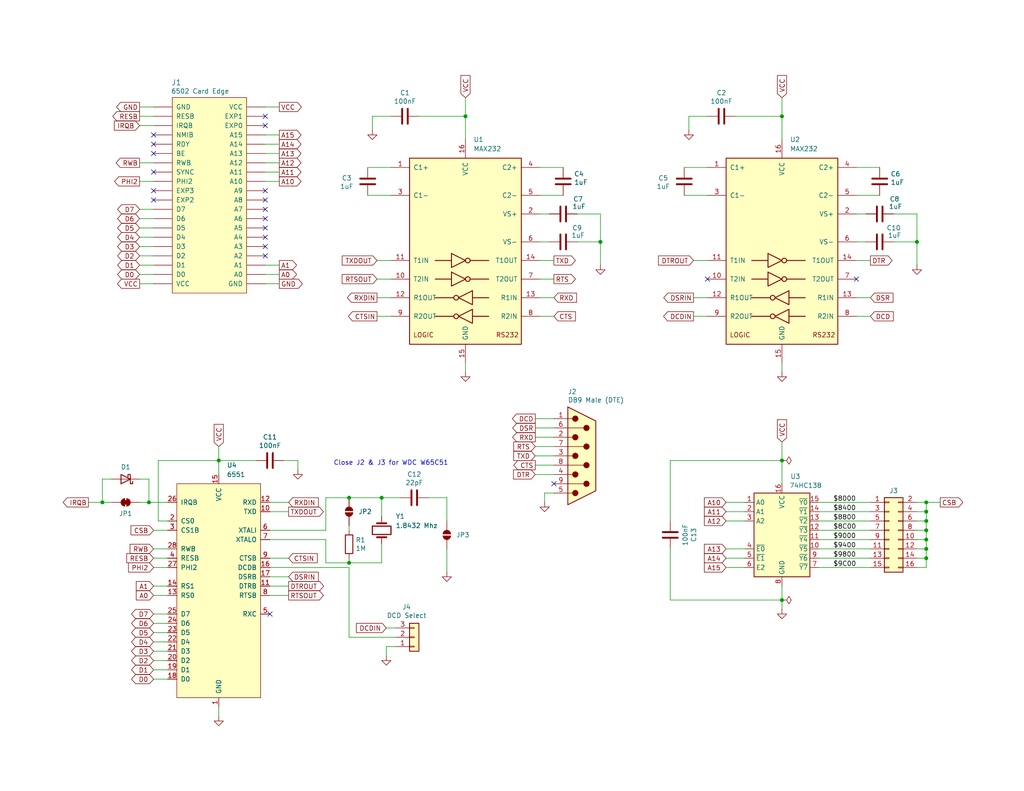
<source format=kicad_sch>
(kicad_sch (version 20231120) (generator "eeschema") (generator_version "8.0")
  (paper "USLetter")
  (title_block (title "6502 Serial Card Pro") (date "2024-06-12") (rev "1.0") (company "A.C. Wright Design"))
  (lib_symbols
    (symbol "6502 Parts:6502 Card Edge" (pin_names (offset 1.016)) (in_bom no)
      (property "Reference" "J" (at -10.16 28.448 0))
      (property "Value" "6502 Card Edge" (at -5.588 26.924 0))
      (symbol "6502 Card Edge_1_0"
        (rectangle (start -10.16 25.4) (end 10.16 -27.94) (fill (type background)))
        (pin bidirectional line (at 15.24 -22.86 180) (length 5.08) (name "A0") (number "A0"))
        (pin bidirectional line (at 15.24 -20.32 180) (length 5.08) (name "A1") (number "A1"))
        (pin bidirectional line (at 15.24 2.54 180) (length 5.08) (name "A10") (number "A10"))
        (pin bidirectional line (at 15.24 5.08 180) (length 5.08) (name "A11") (number "A11"))
        (pin bidirectional line (at 15.24 7.62 180) (length 5.08) (name "A12") (number "A12"))
        (pin bidirectional line (at 15.24 10.16 180) (length 5.08) (name "A13") (number "A13"))
        (pin bidirectional line (at 15.24 12.7 180) (length 5.08) (name "A14") (number "A14"))
        (pin bidirectional line (at 15.24 15.24 180) (length 5.08) (name "A15") (number "A15"))
        (pin bidirectional line (at 15.24 -17.78 180) (length 5.08) (name "A2") (number "A2"))
        (pin bidirectional line (at 15.24 -15.24 180) (length 5.08) (name "A3") (number "A3"))
        (pin bidirectional line (at 15.24 -12.7 180) (length 5.08) (name "A4") (number "A4"))
        (pin bidirectional line (at 15.24 -10.16 180) (length 5.08) (name "A5") (number "A5"))
        (pin bidirectional line (at 15.24 -7.62 180) (length 5.08) (name "A6") (number "A6"))
        (pin bidirectional line (at 15.24 -5.08 180) (length 5.08) (name "A7") (number "A7"))
        (pin bidirectional line (at 15.24 -2.54 180) (length 5.08) (name "A8") (number "A8"))
        (pin bidirectional line (at 15.24 0 180) (length 5.08) (name "A9") (number "A9"))
        (pin bidirectional line (at -15.24 10.16 0) (length 5.08) (name "BE") (number "BE"))
        (pin bidirectional line (at -15.24 -22.86 0) (length 5.08) (name "D0") (number "D0"))
        (pin bidirectional line (at -15.24 -20.32 0) (length 5.08) (name "D1") (number "D1"))
        (pin bidirectional line (at -15.24 -17.78 0) (length 5.08) (name "D2") (number "D2"))
        (pin bidirectional line (at -15.24 -15.24 0) (length 5.08) (name "D3") (number "D3"))
        (pin bidirectional line (at -15.24 -12.7 0) (length 5.08) (name "D4") (number "D4"))
        (pin bidirectional line (at -15.24 -10.16 0) (length 5.08) (name "D5") (number "D5"))
        (pin bidirectional line (at -15.24 -7.62 0) (length 5.08) (name "D6") (number "D6"))
        (pin bidirectional line (at -15.24 -5.08 0) (length 5.08) (name "D7") (number "D7"))
        (pin bidirectional line (at 15.24 17.78 180) (length 5.08) (name "EXP0") (number "EXP0"))
        (pin bidirectional line (at 15.24 20.32 180) (length 5.08) (name "EXP1") (number "EXP1"))
        (pin bidirectional line (at -15.24 -2.54 0) (length 5.08) (name "EXP2") (number "EXP2"))
        (pin bidirectional line (at -15.24 0 0) (length 5.08) (name "EXP3") (number "EXP3"))
        (pin power_in line (at -15.24 22.86 0) (length 5.08) (name "GND") (number "GND"))
        (pin power_in line (at 15.24 -25.4 180) (length 5.08) (name "GND") (number "GND"))
        (pin bidirectional line (at -15.24 17.78 0) (length 5.08) (name "IRQB") (number "IRQB"))
        (pin bidirectional line (at -15.24 15.24 0) (length 5.08) (name "NMIB") (number "NMIB"))
        (pin bidirectional line (at -15.24 2.54 0) (length 5.08) (name "PHI2") (number "PHI2"))
        (pin bidirectional line (at -15.24 12.7 0) (length 5.08) (name "RDY") (number "RDY"))
        (pin bidirectional line (at -15.24 20.32 0) (length 5.08) (name "RESB") (number "RESB"))
        (pin bidirectional line (at -15.24 7.62 0) (length 5.08) (name "RWB") (number "RWB"))
        (pin bidirectional line (at -15.24 5.08 0) (length 5.08) (name "SYNC") (number "SYNC"))
        (pin power_in line (at -15.24 -25.4 0) (length 5.08) (name "VCC") (number "VCC"))
        (pin power_in line (at 15.24 22.86 180) (length 5.08) (name "VCC") (number "VCC"))
      )
    )
    (symbol "6502 Parts:65C51" (pin_names (offset 1.016))
      (property "Reference" "U" (at 8.89 33.02 0))
      (property "Value" "65C51" (at 11.43 30.48 0))
      (symbol "65C51_0_1"
        (rectangle (start -11.43 29.21) (end 11.43 -29.21) (fill (type background)))
      )
      (symbol "65C51_1_1"
        (pin power_in line (at 0 -31.75 90) (length 2.54) (name "GND") (number "1"))
        (pin output line (at 13.97 21.59 180) (length 2.54) (name "TXD") (number "10"))
        (pin output line (at 13.97 1.27 180) (length 2.54) (name "DTRB") (number "11"))
        (pin input line (at 13.97 24.13 180) (length 2.54) (name "RXD") (number "12"))
        (pin input line (at -13.97 -1.27 0) (length 2.54) (name "RS0") (number "13"))
        (pin input line (at -13.97 1.27 0) (length 2.54) (name "RS1") (number "14"))
        (pin power_in line (at 0 31.75 270) (length 2.54) (name "VCC") (number "15"))
        (pin input line (at 13.97 6.35 180) (length 2.54) (name "DCDB") (number "16"))
        (pin input line (at 13.97 3.81 180) (length 2.54) (name "DSRB") (number "17"))
        (pin bidirectional line (at -13.97 -24.13 0) (length 2.54) (name "D0") (number "18"))
        (pin bidirectional line (at -13.97 -21.59 0) (length 2.54) (name "D1") (number "19"))
        (pin input line (at -13.97 19.05 0) (length 2.54) (name "CS0") (number "2"))
        (pin bidirectional line (at -13.97 -19.05 0) (length 2.54) (name "D2") (number "20"))
        (pin bidirectional line (at -13.97 -16.51 0) (length 2.54) (name "D3") (number "21"))
        (pin bidirectional line (at -13.97 -13.97 0) (length 2.54) (name "D4") (number "22"))
        (pin bidirectional line (at -13.97 -11.43 0) (length 2.54) (name "D5") (number "23"))
        (pin bidirectional line (at -13.97 -8.89 0) (length 2.54) (name "D6") (number "24"))
        (pin bidirectional line (at -13.97 -6.35 0) (length 2.54) (name "D7") (number "25"))
        (pin output line (at -13.97 24.13 0) (length 2.54) (name "IRQB") (number "26"))
        (pin input line (at -13.97 6.35 0) (length 2.54) (name "PHI2") (number "27"))
        (pin input line (at -13.97 11.43 0) (length 2.54) (name "RWB") (number "28"))
        (pin input line (at -13.97 16.51 0) (length 2.54) (name "CS1B") (number "3"))
        (pin input line (at -13.97 8.89 0) (length 2.54) (name "RESB") (number "4"))
        (pin input line (at 13.97 -6.35 180) (length 2.54) (name "RXC") (number "5"))
        (pin input line (at 13.97 16.51 180) (length 2.54) (name "XTALI") (number "6"))
        (pin input line (at 13.97 13.97 180) (length 2.54) (name "XTALO") (number "7"))
        (pin output line (at 13.97 -1.27 180) (length 2.54) (name "RTSB") (number "8"))
        (pin input line (at 13.97 8.89 180) (length 2.54) (name "CTSB") (number "9"))
      )
    )
    (symbol "6502 Parts:DB9 Male" (pin_names (offset 1.016) hide)
      (property "Reference" "J" (at 0 13.97 0))
      (property "Value" "DB9 Male (DTE)" (at 0 -14.605 0))
      (symbol "DB9 Male_0_1"
        (polyline (pts (xy -3.81 -10.16) (xy -2.54 -10.16)))
        (polyline (pts (xy -3.81 -7.62) (xy 0.508 -7.62)))
        (polyline (pts (xy -3.81 -5.08) (xy -2.54 -5.08)))
        (polyline (pts (xy -3.81 -2.54) (xy 0.508 -2.54)))
        (polyline (pts (xy -3.81 0) (xy -2.54 0)))
        (polyline (pts (xy -3.81 2.54) (xy 0.508 2.54)))
        (polyline (pts (xy -3.81 5.08) (xy -2.54 5.08)))
        (polyline (pts (xy -3.81 7.62) (xy 0.508 7.62)))
        (polyline (pts (xy -3.81 10.16) (xy -2.54 10.16)))
      )
      (symbol "DB9 Male_1_1"
        (circle (center -1.778 -10.16) (radius 0.762) (fill (type outline)))
        (circle (center -1.778 -5.08) (radius 0.762) (fill (type outline)))
        (circle (center -1.778 0) (radius 0.762) (fill (type outline)))
        (circle (center -1.778 5.08) (radius 0.762) (fill (type outline)))
        (circle (center -1.778 10.16) (radius 0.762) (fill (type outline)))
        (polyline (pts (xy -3.81 13.335) (xy -3.81 -13.335) (xy 3.81 -9.525) (xy 3.81 9.525) (xy -3.81 13.335)) (stroke (width 0.254)) (fill (type background)))
        (circle (center 1.27 -7.62) (radius 0.762) (fill (type outline)))
        (circle (center 1.27 -2.54) (radius 0.762) (fill (type outline)))
        (circle (center 1.27 2.54) (radius 0.762) (fill (type outline)))
        (circle (center 1.27 7.62) (radius 0.762) (fill (type outline)))
        (pin passive line (at -7.62 10.16 0) (length 3.81) (name "1") (number "1"))
        (pin passive line (at -7.62 5.08 0) (length 3.81) (name "2") (number "2"))
        (pin passive line (at -7.62 0 0) (length 3.81) (name "3") (number "3"))
        (pin passive line (at -7.62 -5.08 0) (length 3.81) (name "4") (number "4"))
        (pin passive line (at -7.62 -10.16 0) (length 3.81) (name "5") (number "5"))
        (pin passive line (at -7.62 7.62 0) (length 3.81) (name "6") (number "6"))
        (pin passive line (at -7.62 2.54 0) (length 3.81) (name "7") (number "7"))
        (pin passive line (at -7.62 -2.54 0) (length 3.81) (name "8") (number "8"))
        (pin passive line (at -7.62 -7.62 0) (length 3.81) (name "9") (number "9"))
      )
    )
    (symbol "74xx:74HC138"
      (property "Reference" "U" (at -7.62 13.97 0))
      (property "Value" "74HC138" (at 2.54 -11.43 0))
      (symbol "74HC138_0_1"
        (rectangle (start -7.62 12.7) (end 7.62 -10.16) (stroke (width 0.254)) (fill (type background)))
      )
      (symbol "74HC138_1_1"
        (pin input line (at -10.16 10.16 0) (length 2.54) (name "A0") (number "1"))
        (pin output line (at 10.16 -2.54 180) (length 2.54) (name "~{Y5}") (number "10"))
        (pin output line (at 10.16 0 180) (length 2.54) (name "~{Y4}") (number "11"))
        (pin output line (at 10.16 2.54 180) (length 2.54) (name "~{Y3}") (number "12"))
        (pin output line (at 10.16 5.08 180) (length 2.54) (name "~{Y2}") (number "13"))
        (pin output line (at 10.16 7.62 180) (length 2.54) (name "~{Y1}") (number "14"))
        (pin output line (at 10.16 10.16 180) (length 2.54) (name "~{Y0}") (number "15"))
        (pin power_in line (at 0 15.24 270) (length 2.54) (name "VCC") (number "16"))
        (pin input line (at -10.16 7.62 0) (length 2.54) (name "A1") (number "2"))
        (pin input line (at -10.16 5.08 0) (length 2.54) (name "A2") (number "3"))
        (pin input line (at -10.16 -2.54 0) (length 2.54) (name "~{E0}") (number "4"))
        (pin input line (at -10.16 -5.08 0) (length 2.54) (name "~{E1}") (number "5"))
        (pin input line (at -10.16 -7.62 0) (length 2.54) (name "E2") (number "6"))
        (pin output line (at 10.16 -7.62 180) (length 2.54) (name "~{Y7}") (number "7"))
        (pin power_in line (at 0 -12.7 90) (length 2.54) (name "GND") (number "8"))
        (pin output line (at 10.16 -5.08 180) (length 2.54) (name "~{Y6}") (number "9"))
      )
    )
    (symbol "Connector_Generic:Conn_01x03" (pin_names (offset 1.016) hide)
      (property "Reference" "J" (at 0 5.08 0))
      (property "Value" "Conn_01x03" (at 0 -5.08 0))
      (symbol "Conn_01x03_1_1"
        (rectangle (start -1.27 -2.413) (end 0 -2.667) (stroke (width 0.1524)))
        (rectangle (start -1.27 0.127) (end 0 -0.127) (stroke (width 0.1524)))
        (rectangle (start -1.27 2.667) (end 0 2.413) (stroke (width 0.1524)))
        (rectangle (start -1.27 3.81) (end 1.27 -3.81) (stroke (width 0.254)) (fill (type background)))
        (pin passive line (at -5.08 2.54 0) (length 3.81) (name "Pin_1") (number "1"))
        (pin passive line (at -5.08 0 0) (length 3.81) (name "Pin_2") (number "2"))
        (pin passive line (at -5.08 -2.54 0) (length 3.81) (name "Pin_3") (number "3"))
      )
    )
    (symbol "Connector_Generic:Conn_02x08_Odd_Even" (pin_names (offset 1.016) hide)
      (property "Reference" "J" (at 1.27 10.16 0))
      (property "Value" "Conn_02x08_Odd_Even" (at 1.27 -12.7 0))
      (symbol "Conn_02x08_Odd_Even_1_1"
        (rectangle (start -1.27 -10.033) (end 0 -10.287) (stroke (width 0.1524)))
        (rectangle (start -1.27 -7.493) (end 0 -7.747) (stroke (width 0.1524)))
        (rectangle (start -1.27 -4.953) (end 0 -5.207) (stroke (width 0.1524)))
        (rectangle (start -1.27 -2.413) (end 0 -2.667) (stroke (width 0.1524)))
        (rectangle (start -1.27 0.127) (end 0 -0.127) (stroke (width 0.1524)))
        (rectangle (start -1.27 2.667) (end 0 2.413) (stroke (width 0.1524)))
        (rectangle (start -1.27 5.207) (end 0 4.953) (stroke (width 0.1524)))
        (rectangle (start -1.27 7.747) (end 0 7.493) (stroke (width 0.1524)))
        (rectangle (start -1.27 8.89) (end 3.81 -11.43) (stroke (width 0.254)) (fill (type background)))
        (rectangle (start 3.81 -10.033) (end 2.54 -10.287) (stroke (width 0.1524)))
        (rectangle (start 3.81 -7.493) (end 2.54 -7.747) (stroke (width 0.1524)))
        (rectangle (start 3.81 -4.953) (end 2.54 -5.207) (stroke (width 0.1524)))
        (rectangle (start 3.81 -2.413) (end 2.54 -2.667) (stroke (width 0.1524)))
        (rectangle (start 3.81 0.127) (end 2.54 -0.127) (stroke (width 0.1524)))
        (rectangle (start 3.81 2.667) (end 2.54 2.413) (stroke (width 0.1524)))
        (rectangle (start 3.81 5.207) (end 2.54 4.953) (stroke (width 0.1524)))
        (rectangle (start 3.81 7.747) (end 2.54 7.493) (stroke (width 0.1524)))
        (pin passive line (at -5.08 7.62 0) (length 3.81) (name "Pin_1") (number "1"))
        (pin passive line (at 7.62 -2.54 180) (length 3.81) (name "Pin_10") (number "10"))
        (pin passive line (at -5.08 -5.08 0) (length 3.81) (name "Pin_11") (number "11"))
        (pin passive line (at 7.62 -5.08 180) (length 3.81) (name "Pin_12") (number "12"))
        (pin passive line (at -5.08 -7.62 0) (length 3.81) (name "Pin_13") (number "13"))
        (pin passive line (at 7.62 -7.62 180) (length 3.81) (name "Pin_14") (number "14"))
        (pin passive line (at -5.08 -10.16 0) (length 3.81) (name "Pin_15") (number "15"))
        (pin passive line (at 7.62 -10.16 180) (length 3.81) (name "Pin_16") (number "16"))
        (pin passive line (at 7.62 7.62 180) (length 3.81) (name "Pin_2") (number "2"))
        (pin passive line (at -5.08 5.08 0) (length 3.81) (name "Pin_3") (number "3"))
        (pin passive line (at 7.62 5.08 180) (length 3.81) (name "Pin_4") (number "4"))
        (pin passive line (at -5.08 2.54 0) (length 3.81) (name "Pin_5") (number "5"))
        (pin passive line (at 7.62 2.54 180) (length 3.81) (name "Pin_6") (number "6"))
        (pin passive line (at -5.08 0 0) (length 3.81) (name "Pin_7") (number "7"))
        (pin passive line (at 7.62 0 180) (length 3.81) (name "Pin_8") (number "8"))
        (pin passive line (at -5.08 -2.54 0) (length 3.81) (name "Pin_9") (number "9"))
      )
    )
    (symbol "Device:C" (pin_numbers hide) (pin_names (offset 0.254))
      (property "Reference" "C" (at 0.635 2.54 0))
      (property "Value" "C" (at 0.635 -2.54 0))
      (symbol "C_0_1"
        (polyline (pts (xy -2.032 -0.762) (xy 2.032 -0.762)) (stroke (width 0.508)))
        (polyline (pts (xy -2.032 0.762) (xy 2.032 0.762)) (stroke (width 0.508)))
      )
      (symbol "C_1_1"
        (pin passive line (at 0 3.81 270) (length 2.794) (name "~") (number "1"))
        (pin passive line (at 0 -3.81 90) (length 2.794) (name "~") (number "2"))
      )
    )
    (symbol "Device:Crystal" (pin_numbers hide) (pin_names (offset 1.016) hide)
      (property "Reference" "Y" (at 0 3.81 0))
      (property "Value" "Crystal" (at 0 -3.81 0))
      (symbol "Crystal_0_1"
        (rectangle (start -1.143 2.54) (end 1.143 -2.54) (stroke (width 0.3048)))
        (polyline (pts (xy -2.54 0) (xy -1.905 0)))
        (polyline (pts (xy -1.905 -1.27) (xy -1.905 1.27)) (stroke (width 0.508)))
        (polyline (pts (xy 1.905 -1.27) (xy 1.905 1.27)) (stroke (width 0.508)))
        (polyline (pts (xy 2.54 0) (xy 1.905 0)))
      )
      (symbol "Crystal_1_1"
        (pin passive line (at -3.81 0 0) (length 1.27) (name "1") (number "1"))
        (pin passive line (at 3.81 0 180) (length 1.27) (name "2") (number "2"))
      )
    )
    (symbol "Device:D_Schottky" (pin_numbers hide) (pin_names (offset 1.016) hide)
      (property "Reference" "D" (at 0 2.54 0))
      (property "Value" "D_Schottky" (at 0 -2.54 0))
      (symbol "D_Schottky_0_1"
        (polyline (pts (xy 1.27 0) (xy -1.27 0)))
        (polyline (pts (xy 1.27 1.27) (xy 1.27 -1.27) (xy -1.27 0) (xy 1.27 1.27)) (stroke (width 0.254)))
        (polyline (pts (xy -1.905 0.635) (xy -1.905 1.27) (xy -1.27 1.27) (xy -1.27 -1.27) (xy -0.635 -1.27) (xy -0.635 -0.635)) (stroke (width 0.254)))
      )
      (symbol "D_Schottky_1_1"
        (pin passive line (at -3.81 0 0) (length 2.54) (name "K") (number "1"))
        (pin passive line (at 3.81 0 180) (length 2.54) (name "A") (number "2"))
      )
    )
    (symbol "Device:R" (pin_numbers hide) (pin_names (offset 0))
      (property "Reference" "R" (at 2.032 0 90))
      (property "Value" "R" (at 0 0 90))
      (symbol "R_0_1"
        (rectangle (start -1.016 -2.54) (end 1.016 2.54) (stroke (width 0.254)))
      )
      (symbol "R_1_1"
        (pin passive line (at 0 3.81 270) (length 1.27) (name "~") (number "1"))
        (pin passive line (at 0 -3.81 90) (length 1.27) (name "~") (number "2"))
      )
    )
    (symbol "Interface_UART:MAX232" (pin_names (offset 1.016))
      (property "Reference" "U" (at -2.54 28.575 0))
      (property "Value" "MAX232" (at -2.54 26.67 0))
      (symbol "MAX232_0_0"
        (text "LOGIC" (at -11.43 -22.86 0) (effects (font (size 1.27 1.27))))
        (text "RS232" (at 11.43 -22.86 0) (effects (font (size 1.27 1.27))))
      )
      (symbol "MAX232_0_1"
        (rectangle (start -15.24 -25.4) (end 15.24 25.4) (stroke (width 0.254)) (fill (type background)))
        (circle (center -2.54 -17.78) (radius 0.635) (stroke (width 0.254)))
        (circle (center -2.54 -12.7) (radius 0.635) (stroke (width 0.254)))
        (polyline (pts (xy -3.81 -7.62) (xy -8.255 -7.62)) (stroke (width 0.254)))
        (polyline (pts (xy -3.81 -2.54) (xy -8.255 -2.54)) (stroke (width 0.254)))
        (polyline (pts (xy -3.175 -17.78) (xy -8.255 -17.78)) (stroke (width 0.254)))
        (polyline (pts (xy -3.175 -12.7) (xy -8.255 -12.7)) (stroke (width 0.254)))
        (polyline (pts (xy 1.27 -7.62) (xy 6.35 -7.62)) (stroke (width 0.254)))
        (polyline (pts (xy 1.27 -2.54) (xy 6.35 -2.54)) (stroke (width 0.254)))
        (polyline (pts (xy 1.905 -17.78) (xy 6.35 -17.78)) (stroke (width 0.254)))
        (polyline (pts (xy 1.905 -12.7) (xy 6.35 -12.7)) (stroke (width 0.254)))
        (polyline (pts (xy -3.81 -5.715) (xy -3.81 -9.525) (xy 0 -7.62) (xy -3.81 -5.715)) (stroke (width 0.254)))
        (polyline (pts (xy -3.81 -0.635) (xy -3.81 -4.445) (xy 0 -2.54) (xy -3.81 -0.635)) (stroke (width 0.254)))
        (polyline (pts (xy 1.905 -15.875) (xy 1.905 -19.685) (xy -1.905 -17.78) (xy 1.905 -15.875)) (stroke (width 0.254)))
        (polyline (pts (xy 1.905 -10.795) (xy 1.905 -14.605) (xy -1.905 -12.7) (xy 1.905 -10.795)) (stroke (width 0.254)))
        (circle (center 0.635 -7.62) (radius 0.635) (stroke (width 0.254)))
        (circle (center 0.635 -2.54) (radius 0.635) (stroke (width 0.254)))
      )
      (symbol "MAX232_1_1"
        (pin passive line (at -20.32 22.86 0) (length 5.08) (name "C1+") (number "1"))
        (pin input line (at -20.32 -7.62 0) (length 5.08) (name "T2IN") (number "10"))
        (pin input line (at -20.32 -2.54 0) (length 5.08) (name "T1IN") (number "11"))
        (pin output line (at -20.32 -12.7 0) (length 5.08) (name "R1OUT") (number "12"))
        (pin input line (at 20.32 -12.7 180) (length 5.08) (name "R1IN") (number "13"))
        (pin output line (at 20.32 -2.54 180) (length 5.08) (name "T1OUT") (number "14"))
        (pin power_in line (at 0 -30.48 90) (length 5.08) (name "GND") (number "15"))
        (pin power_in line (at 0 30.48 270) (length 5.08) (name "VCC") (number "16"))
        (pin power_out line (at 20.32 10.16 180) (length 5.08) (name "VS+") (number "2"))
        (pin passive line (at -20.32 15.24 0) (length 5.08) (name "C1-") (number "3"))
        (pin passive line (at 20.32 22.86 180) (length 5.08) (name "C2+") (number "4"))
        (pin passive line (at 20.32 15.24 180) (length 5.08) (name "C2-") (number "5"))
        (pin power_out line (at 20.32 2.54 180) (length 5.08) (name "VS-") (number "6"))
        (pin output line (at 20.32 -7.62 180) (length 5.08) (name "T2OUT") (number "7"))
        (pin input line (at 20.32 -17.78 180) (length 5.08) (name "R2IN") (number "8"))
        (pin output line (at -20.32 -17.78 0) (length 5.08) (name "R2OUT") (number "9"))
      )
    )
    (symbol "Jumper:SolderJumper_2_Bridged" (pin_numbers hide) (pin_names (offset 0) hide) (exclude_from_sim yes) (in_bom no)
      (property "Reference" "JP" (at 0 2.032 0))
      (property "Value" "SolderJumper_2_Bridged" (at 0 -2.54 0))
      (symbol "SolderJumper_2_Bridged_0_1"
        (rectangle (start -0.508 0.508) (end 0.508 -0.508) (fill (type outline)))
        (arc (start -0.254 1.016) (mid -1.2656 0) (end -0.254 -1.016))
        (arc (start -0.254 1.016) (mid -1.2656 0) (end -0.254 -1.016) (fill (type outline)))
        (polyline (pts (xy -0.254 1.016) (xy -0.254 -1.016)))
        (polyline (pts (xy 0.254 1.016) (xy 0.254 -1.016)))
        (arc (start 0.254 -1.016) (mid 1.2656 0) (end 0.254 1.016))
        (arc (start 0.254 -1.016) (mid 1.2656 0) (end 0.254 1.016) (fill (type outline)))
      )
      (symbol "SolderJumper_2_Bridged_1_1"
        (pin passive line (at -3.81 0 0) (length 2.54) (name "A") (number "1"))
        (pin passive line (at 3.81 0 180) (length 2.54) (name "B") (number "2"))
      )
    )
    (symbol "Jumper:SolderJumper_2_Open" (pin_numbers hide) (pin_names (offset 0) hide) (exclude_from_sim yes) (in_bom no)
      (property "Reference" "JP" (at 0 2.032 0))
      (property "Value" "SolderJumper_2_Open" (at 0 -2.54 0))
      (symbol "SolderJumper_2_Open_0_1"
        (arc (start -0.254 1.016) (mid -1.2656 0) (end -0.254 -1.016))
        (arc (start -0.254 1.016) (mid -1.2656 0) (end -0.254 -1.016) (fill (type outline)))
        (polyline (pts (xy -0.254 1.016) (xy -0.254 -1.016)))
        (polyline (pts (xy 0.254 1.016) (xy 0.254 -1.016)))
        (arc (start 0.254 -1.016) (mid 1.2656 0) (end 0.254 1.016))
        (arc (start 0.254 -1.016) (mid 1.2656 0) (end 0.254 1.016) (fill (type outline)))
      )
      (symbol "SolderJumper_2_Open_1_1"
        (pin passive line (at -3.81 0 0) (length 2.54) (name "A") (number "1"))
        (pin passive line (at 3.81 0 180) (length 2.54) (name "B") (number "2"))
      )
    )
    (symbol "power:GND" (power) (pin_numbers hide) (pin_names (offset 0) hide)
      (property "Value" "GND" (at 0 -3.81 0))
      (symbol "GND_0_1"
        (polyline (pts (xy 0 0) (xy 0 -1.27) (xy 1.27 -1.27) (xy 0 -2.54) (xy -1.27 -1.27) (xy 0 -1.27)))
      )
      (symbol "GND_1_1"
        (pin power_in line (at 0 0 270) (length 0) (name "~") (number "1"))
      )
    )
    (symbol "power:PWR_FLAG" (power) (pin_numbers hide) (pin_names (offset 0) hide)
      (property "Value" "PWR_FLAG" (at 0 3.81 0))
      (symbol "PWR_FLAG_0_0"
        (pin power_out line (at 0 0 90) (length 0) (name "~") (number "1"))
      )
      (symbol "PWR_FLAG_0_1"
        (polyline (pts (xy 0 0) (xy 0 1.27) (xy -1.016 1.905) (xy 0 2.54) (xy 1.016 1.905) (xy 0 1.27)))
      )
    )
  )
  (junction (at 252.73 149.86))
  (junction (at 252.73 147.32))
  (junction (at 213.36 163.83))
  (junction (at 59.69 125.73))
  (junction (at 252.73 144.78))
  (junction (at 213.36 31.75))
  (junction (at 40.64 137.16))
  (junction (at 252.73 152.4))
  (junction (at 252.73 142.24))
  (junction (at 104.14 135.89))
  (junction (at 95.25 153.67))
  (junction (at 27.94 137.16))
  (junction (at 213.36 125.73))
  (junction (at 127 31.75))
  (junction (at 252.73 137.16))
  (junction (at 95.25 135.89))
  (junction (at 250.19 66.04))
  (junction (at 252.73 139.7))
  (junction (at 163.83 66.04))
  (no_connect (at 41.91 41.91))
  (no_connect (at 193.04 76.2))
  (no_connect (at 72.39 34.29))
  (no_connect (at 41.91 39.37))
  (no_connect (at 72.39 59.69))
  (no_connect (at 41.91 54.61))
  (no_connect (at 41.91 52.07))
  (no_connect (at 41.91 46.99))
  (no_connect (at 73.66 167.64))
  (no_connect (at 41.91 36.83))
  (no_connect (at 72.39 62.23))
  (no_connect (at 233.68 76.2))
  (no_connect (at 72.39 31.75))
  (no_connect (at 72.39 64.77))
  (no_connect (at 72.39 69.85))
  (no_connect (at 72.39 52.07))
  (no_connect (at 72.39 67.31))
  (no_connect (at 72.39 54.61))
  (no_connect (at 151.13 132.08))
  (no_connect (at 72.39 57.15))
  (wire (pts (xy 72.39 72.39) (xy 76.2 72.39)))
  (wire (pts (xy 104.14 153.67) (xy 104.14 148.59)))
  (wire (pts (xy 186.69 45.72) (xy 193.04 45.72)))
  (wire (pts (xy 73.66 152.4) (xy 78.74 152.4)))
  (wire (pts (xy 38.1 31.75) (xy 41.91 31.75)))
  (wire (pts (xy 146.05 121.92) (xy 151.13 121.92)))
  (wire (pts (xy 223.52 147.32) (xy 237.49 147.32)))
  (wire (pts (xy 146.05 129.54) (xy 151.13 129.54)))
  (wire (pts (xy 43.18 125.73) (xy 59.69 125.73)))
  (wire (pts (xy 186.69 53.34) (xy 193.04 53.34)))
  (wire (pts (xy 95.25 135.89) (xy 104.14 135.89)))
  (wire (pts (xy 252.73 152.4) (xy 252.73 149.86)))
  (wire (pts (xy 73.66 147.32) (xy 88.9 147.32)))
  (wire (pts (xy 72.39 77.47) (xy 76.2 77.47)))
  (wire (pts (xy 73.66 162.56) (xy 78.74 162.56)))
  (wire (pts (xy 116.84 135.89) (xy 121.92 135.89)))
  (wire (pts (xy 252.73 144.78) (xy 252.73 142.24)))
  (wire (pts (xy 41.91 144.78) (xy 45.72 144.78)))
  (wire (pts (xy 105.41 171.45) (xy 107.95 171.45)))
  (wire (pts (xy 147.32 86.36) (xy 151.13 86.36)))
  (wire (pts (xy 59.69 121.92) (xy 59.69 125.73)))
  (wire (pts (xy 73.66 144.78) (xy 88.9 144.78)))
  (wire (pts (xy 38.1 62.23) (xy 41.91 62.23)))
  (wire (pts (xy 41.91 172.72) (xy 45.72 172.72)))
  (wire (pts (xy 102.87 71.12) (xy 106.68 71.12)))
  (wire (pts (xy 223.52 152.4) (xy 237.49 152.4)))
  (wire (pts (xy 233.68 53.34) (xy 240.03 53.34)))
  (wire (pts (xy 146.05 119.38) (xy 151.13 119.38)))
  (wire (pts (xy 38.1 77.47) (xy 41.91 77.47)))
  (wire (pts (xy 81.28 125.73) (xy 81.28 128.27)))
  (wire (pts (xy 223.52 137.16) (xy 237.49 137.16)))
  (wire (pts (xy 59.69 125.73) (xy 69.85 125.73)))
  (wire (pts (xy 101.6 35.56) (xy 101.6 31.75)))
  (wire (pts (xy 198.12 142.24) (xy 203.2 142.24)))
  (wire (pts (xy 252.73 154.94) (xy 252.73 152.4)))
  (wire (pts (xy 233.68 71.12) (xy 237.49 71.12)))
  (wire (pts (xy 41.91 170.18) (xy 45.72 170.18)))
  (wire (pts (xy 40.64 130.81) (xy 40.64 137.16)))
  (wire (pts (xy 100.33 45.72) (xy 106.68 45.72)))
  (wire (pts (xy 252.73 147.32) (xy 252.73 144.78)))
  (wire (pts (xy 250.19 154.94) (xy 252.73 154.94)))
  (wire (pts (xy 250.19 58.42) (xy 250.19 66.04)))
  (wire (pts (xy 88.9 144.78) (xy 88.9 135.89)))
  (wire (pts (xy 24.13 137.16) (xy 27.94 137.16)))
  (wire (pts (xy 198.12 139.7) (xy 203.2 139.7)))
  (wire (pts (xy 233.68 81.28) (xy 237.49 81.28)))
  (wire (pts (xy 252.73 149.86) (xy 252.73 147.32)))
  (wire (pts (xy 72.39 49.53) (xy 76.2 49.53)))
  (wire (pts (xy 252.73 137.16) (xy 256.54 137.16)))
  (wire (pts (xy 101.6 31.75) (xy 106.68 31.75)))
  (wire (pts (xy 38.1 49.53) (xy 41.91 49.53)))
  (wire (pts (xy 213.36 99.06) (xy 213.36 101.6)))
  (wire (pts (xy 213.36 163.83) (xy 213.36 166.37)))
  (wire (pts (xy 72.39 46.99) (xy 76.2 46.99)))
  (wire (pts (xy 233.68 86.36) (xy 237.49 86.36)))
  (wire (pts (xy 213.36 160.02) (xy 213.36 163.83)))
  (wire (pts (xy 40.64 137.16) (xy 45.72 137.16)))
  (wire (pts (xy 102.87 86.36) (xy 106.68 86.36)))
  (wire (pts (xy 157.48 58.42) (xy 163.83 58.42)))
  (wire (pts (xy 88.9 147.32) (xy 88.9 153.67)))
  (wire (pts (xy 45.72 142.24) (xy 43.18 142.24)))
  (wire (pts (xy 121.92 135.89) (xy 121.92 142.24)))
  (wire (pts (xy 223.52 142.24) (xy 237.49 142.24)))
  (wire (pts (xy 95.25 143.51) (xy 95.25 144.78)))
  (wire (pts (xy 147.32 71.12) (xy 151.13 71.12)))
  (wire (pts (xy 77.47 125.73) (xy 81.28 125.73)))
  (wire (pts (xy 148.59 134.62) (xy 148.59 137.16)))
  (wire (pts (xy 147.32 76.2) (xy 151.13 76.2)))
  (wire (pts (xy 163.83 58.42) (xy 163.83 66.04)))
  (wire (pts (xy 189.23 81.28) (xy 193.04 81.28)))
  (wire (pts (xy 147.32 45.72) (xy 153.67 45.72)))
  (wire (pts (xy 100.33 53.34) (xy 106.68 53.34)))
  (wire (pts (xy 213.36 132.08) (xy 213.36 125.73)))
  (wire (pts (xy 38.1 64.77) (xy 41.91 64.77)))
  (wire (pts (xy 127 31.75) (xy 127 38.1)))
  (wire (pts (xy 41.91 160.02) (xy 45.72 160.02)))
  (wire (pts (xy 252.73 142.24) (xy 252.73 139.7)))
  (wire (pts (xy 27.94 137.16) (xy 30.48 137.16)))
  (wire (pts (xy 146.05 114.3) (xy 151.13 114.3)))
  (wire (pts (xy 38.1 69.85) (xy 41.91 69.85)))
  (wire (pts (xy 250.19 142.24) (xy 252.73 142.24)))
  (wire (pts (xy 147.32 53.34) (xy 153.67 53.34)))
  (wire (pts (xy 38.1 130.81) (xy 40.64 130.81)))
  (wire (pts (xy 252.73 144.78) (xy 250.19 144.78)))
  (wire (pts (xy 200.66 31.75) (xy 213.36 31.75)))
  (wire (pts (xy 252.73 152.4) (xy 250.19 152.4)))
  (wire (pts (xy 38.1 72.39) (xy 41.91 72.39)))
  (wire (pts (xy 147.32 81.28) (xy 151.13 81.28)))
  (wire (pts (xy 27.94 130.81) (xy 27.94 137.16)))
  (wire (pts (xy 198.12 149.86) (xy 203.2 149.86)))
  (wire (pts (xy 147.32 66.04) (xy 149.86 66.04)))
  (wire (pts (xy 59.69 193.04) (xy 59.69 195.58)))
  (wire (pts (xy 73.66 154.94) (xy 95.25 154.94)))
  (wire (pts (xy 95.25 173.99) (xy 107.95 173.99)))
  (wire (pts (xy 198.12 154.94) (xy 203.2 154.94)))
  (wire (pts (xy 146.05 127) (xy 151.13 127)))
  (wire (pts (xy 127 26.67) (xy 127 31.75)))
  (wire (pts (xy 151.13 134.62) (xy 148.59 134.62)))
  (wire (pts (xy 104.14 135.89) (xy 104.14 140.97)))
  (wire (pts (xy 213.36 125.73) (xy 213.36 120.65)))
  (wire (pts (xy 213.36 125.73) (xy 182.88 125.73)))
  (wire (pts (xy 187.96 31.75) (xy 193.04 31.75)))
  (wire (pts (xy 41.91 149.86) (xy 45.72 149.86)))
  (wire (pts (xy 252.73 147.32) (xy 250.19 147.32)))
  (wire (pts (xy 88.9 135.89) (xy 95.25 135.89)))
  (wire (pts (xy 43.18 142.24) (xy 43.18 125.73)))
  (wire (pts (xy 182.88 125.73) (xy 182.88 142.24)))
  (wire (pts (xy 38.1 29.21) (xy 41.91 29.21)))
  (wire (pts (xy 72.39 36.83) (xy 76.2 36.83)))
  (wire (pts (xy 38.1 67.31) (xy 41.91 67.31)))
  (wire (pts (xy 107.95 176.53) (xy 105.41 176.53)))
  (wire (pts (xy 223.52 149.86) (xy 237.49 149.86)))
  (wire (pts (xy 73.66 139.7) (xy 78.74 139.7)))
  (wire (pts (xy 41.91 185.42) (xy 45.72 185.42)))
  (wire (pts (xy 243.84 66.04) (xy 250.19 66.04)))
  (wire (pts (xy 189.23 86.36) (xy 193.04 86.36)))
  (wire (pts (xy 250.19 137.16) (xy 252.73 137.16)))
  (wire (pts (xy 147.32 58.42) (xy 149.86 58.42)))
  (wire (pts (xy 223.52 144.78) (xy 237.49 144.78)))
  (wire (pts (xy 213.36 31.75) (xy 213.36 38.1)))
  (wire (pts (xy 105.41 176.53) (xy 105.41 179.07)))
  (wire (pts (xy 72.39 39.37) (xy 76.2 39.37)))
  (wire (pts (xy 198.12 152.4) (xy 203.2 152.4)))
  (wire (pts (xy 38.1 57.15) (xy 41.91 57.15)))
  (wire (pts (xy 250.19 66.04) (xy 250.19 72.39)))
  (wire (pts (xy 38.1 34.29) (xy 41.91 34.29)))
  (wire (pts (xy 121.92 149.86) (xy 121.92 156.21)))
  (wire (pts (xy 72.39 74.93) (xy 76.2 74.93)))
  (wire (pts (xy 213.36 26.67) (xy 213.36 31.75)))
  (wire (pts (xy 95.25 152.4) (xy 95.25 153.67)))
  (wire (pts (xy 73.66 137.16) (xy 78.74 137.16)))
  (wire (pts (xy 157.48 66.04) (xy 163.83 66.04)))
  (wire (pts (xy 41.91 177.8) (xy 45.72 177.8)))
  (wire (pts (xy 41.91 154.94) (xy 45.72 154.94)))
  (wire (pts (xy 95.25 154.94) (xy 95.25 173.99)))
  (wire (pts (xy 38.1 137.16) (xy 40.64 137.16)))
  (wire (pts (xy 41.91 162.56) (xy 45.72 162.56)))
  (wire (pts (xy 38.1 59.69) (xy 41.91 59.69)))
  (wire (pts (xy 223.52 154.94) (xy 237.49 154.94)))
  (wire (pts (xy 73.66 160.02) (xy 78.74 160.02)))
  (wire (pts (xy 41.91 175.26) (xy 45.72 175.26)))
  (wire (pts (xy 102.87 81.28) (xy 106.68 81.28)))
  (wire (pts (xy 189.23 71.12) (xy 193.04 71.12)))
  (wire (pts (xy 187.96 35.56) (xy 187.96 31.75)))
  (wire (pts (xy 252.73 149.86) (xy 250.19 149.86)))
  (wire (pts (xy 114.3 31.75) (xy 127 31.75)))
  (wire (pts (xy 233.68 66.04) (xy 236.22 66.04)))
  (wire (pts (xy 233.68 58.42) (xy 236.22 58.42)))
  (wire (pts (xy 182.88 163.83) (xy 182.88 149.86)))
  (wire (pts (xy 41.91 152.4) (xy 45.72 152.4)))
  (wire (pts (xy 38.1 74.93) (xy 41.91 74.93)))
  (wire (pts (xy 41.91 167.64) (xy 45.72 167.64)))
  (wire (pts (xy 38.1 44.45) (xy 41.91 44.45)))
  (wire (pts (xy 223.52 139.7) (xy 237.49 139.7)))
  (wire (pts (xy 233.68 45.72) (xy 240.03 45.72)))
  (wire (pts (xy 72.39 44.45) (xy 76.2 44.45)))
  (wire (pts (xy 243.84 58.42) (xy 250.19 58.42)))
  (wire (pts (xy 95.25 153.67) (xy 104.14 153.67)))
  (wire (pts (xy 252.73 139.7) (xy 250.19 139.7)))
  (wire (pts (xy 72.39 29.21) (xy 76.2 29.21)))
  (wire (pts (xy 198.12 137.16) (xy 203.2 137.16)))
  (wire (pts (xy 252.73 139.7) (xy 252.73 137.16)))
  (wire (pts (xy 41.91 182.88) (xy 45.72 182.88)))
  (wire (pts (xy 109.22 135.89) (xy 104.14 135.89)))
  (wire (pts (xy 41.91 180.34) (xy 45.72 180.34)))
  (wire (pts (xy 127 99.06) (xy 127 101.6)))
  (wire (pts (xy 73.66 157.48) (xy 78.74 157.48)))
  (wire (pts (xy 30.48 130.81) (xy 27.94 130.81)))
  (wire (pts (xy 102.87 76.2) (xy 106.68 76.2)))
  (wire (pts (xy 163.83 66.04) (xy 163.83 72.39)))
  (wire (pts (xy 146.05 124.46) (xy 151.13 124.46)))
  (wire (pts (xy 182.88 163.83) (xy 213.36 163.83)))
  (wire (pts (xy 59.69 125.73) (xy 59.69 129.54)))
  (wire (pts (xy 88.9 153.67) (xy 95.25 153.67)))
  (wire (pts (xy 72.39 41.91) (xy 76.2 41.91)))
  (wire (pts (xy 146.05 116.84) (xy 151.13 116.84)))
  (text "Close J2 & J3 for WDC W65C51" (at 106.68 126.492 0) (effects (font (size 1.27 1.27))))
  (label "$8400" (at 227.33 139.7 0))
  (label "$8000" (at 227.33 137.16 0))
  (label "$8800" (at 227.33 142.24 0))
  (label "$9400" (at 227.33 149.86 0))
  (label "$9C00" (at 227.33 154.94 0))
  (label "$9000" (at 227.33 147.32 0))
  (label "$8C00" (at 227.33 144.78 0))
  (label "$9800" (at 227.33 152.4 0))
  (global_label "A13" (shape output) (at 76.2 41.91 0) (property "Intersheetrefs" "${INTERSHEET_REFS}" (effects (hide yes))))
  (global_label "RWB" (shape input) (at 41.91 149.86 180) (property "Intersheetrefs" "${INTERSHEET_REFS}" (effects (hide yes))))
  (global_label "RXD" (shape output) (at 146.05 119.38 180) (property "Intersheetrefs" "${INTERSHEET_REFS}" (effects (hide yes))))
  (global_label "TXDOUT" (shape input) (at 102.87 71.12 180) (property "Intersheetrefs" "${INTERSHEET_REFS}" (effects (hide yes))))
  (global_label "DSRIN" (shape input) (at 78.74 157.48 0) (property "Intersheetrefs" "${INTERSHEET_REFS}" (effects (hide yes))))
  (global_label "A1" (shape input) (at 41.91 160.02 180) (property "Intersheetrefs" "${INTERSHEET_REFS}" (effects (hide yes))))
  (global_label "IRQB" (shape input) (at 38.1 34.29 180) (property "Intersheetrefs" "${INTERSHEET_REFS}" (effects (hide yes))))
  (global_label "VCC" (shape output) (at 38.1 77.47 180) (property "Intersheetrefs" "${INTERSHEET_REFS}" (effects (hide yes))))
  (global_label "RTSOUT" (shape output) (at 78.74 162.56 0) (property "Intersheetrefs" "${INTERSHEET_REFS}" (effects (hide yes))))
  (global_label "VCC" (shape input) (at 213.36 120.65 90) (property "Intersheetrefs" "${INTERSHEET_REFS}" (effects (hide yes))))
  (global_label "RTS" (shape output) (at 151.13 76.2 0) (property "Intersheetrefs" "${INTERSHEET_REFS}" (effects (hide yes))))
  (global_label "TXD" (shape output) (at 151.13 71.12 0) (property "Intersheetrefs" "${INTERSHEET_REFS}" (effects (hide yes))))
  (global_label "DSR" (shape input) (at 237.49 81.28 0) (property "Intersheetrefs" "${INTERSHEET_REFS}" (effects (hide yes))))
  (global_label "D5" (shape bidirectional) (at 41.91 172.72 180) (property "Intersheetrefs" "${INTERSHEET_REFS}" (effects (hide yes))))
  (global_label "RXDIN" (shape input) (at 78.74 137.16 0) (property "Intersheetrefs" "${INTERSHEET_REFS}" (effects (hide yes))))
  (global_label "IRQB" (shape output) (at 24.13 137.16 180) (property "Intersheetrefs" "${INTERSHEET_REFS}" (effects (hide yes))))
  (global_label "VCC" (shape input) (at 59.69 121.92 90) (property "Intersheetrefs" "${INTERSHEET_REFS}" (effects (hide yes))))
  (global_label "A11" (shape input) (at 198.12 139.7 180) (property "Intersheetrefs" "${INTERSHEET_REFS}" (effects (hide yes))))
  (global_label "DSR" (shape output) (at 146.05 116.84 180) (property "Intersheetrefs" "${INTERSHEET_REFS}" (effects (hide yes))))
  (global_label "RESB" (shape input) (at 41.91 152.4 180) (property "Intersheetrefs" "${INTERSHEET_REFS}" (effects (hide yes))))
  (global_label "D7" (shape bidirectional) (at 41.91 167.64 180) (property "Intersheetrefs" "${INTERSHEET_REFS}" (effects (hide yes))))
  (global_label "DSRIN" (shape output) (at 189.23 81.28 180) (property "Intersheetrefs" "${INTERSHEET_REFS}" (effects (hide yes))))
  (global_label "D2" (shape bidirectional) (at 38.1 69.85 180) (property "Intersheetrefs" "${INTERSHEET_REFS}" (effects (hide yes))))
  (global_label "A10" (shape input) (at 198.12 137.16 180) (property "Intersheetrefs" "${INTERSHEET_REFS}" (effects (hide yes))))
  (global_label "DTR" (shape output) (at 237.49 71.12 0) (property "Intersheetrefs" "${INTERSHEET_REFS}" (effects (hide yes))))
  (global_label "CSB" (shape input) (at 41.91 144.78 180) (property "Intersheetrefs" "${INTERSHEET_REFS}" (effects (hide yes))))
  (global_label "A11" (shape output) (at 76.2 46.99 0) (property "Intersheetrefs" "${INTERSHEET_REFS}" (effects (hide yes))))
  (global_label "RXDIN" (shape output) (at 102.87 81.28 180) (property "Intersheetrefs" "${INTERSHEET_REFS}" (effects (hide yes))))
  (global_label "DCDIN" (shape input) (at 105.41 171.45 180) (property "Intersheetrefs" "${INTERSHEET_REFS}" (effects (hide yes))))
  (global_label "D7" (shape bidirectional) (at 38.1 57.15 180) (property "Intersheetrefs" "${INTERSHEET_REFS}" (effects (hide yes))))
  (global_label "RTS" (shape input) (at 146.05 121.92 180) (property "Intersheetrefs" "${INTERSHEET_REFS}" (effects (hide yes))))
  (global_label "CSB" (shape output) (at 256.54 137.16 0) (property "Intersheetrefs" "${INTERSHEET_REFS}" (effects (hide yes))))
  (global_label "D3" (shape bidirectional) (at 41.91 177.8 180) (property "Intersheetrefs" "${INTERSHEET_REFS}" (effects (hide yes))))
  (global_label "RXD" (shape input) (at 151.13 81.28 0) (property "Intersheetrefs" "${INTERSHEET_REFS}" (effects (hide yes))))
  (global_label "DTROUT" (shape input) (at 189.23 71.12 180) (property "Intersheetrefs" "${INTERSHEET_REFS}" (effects (hide yes))))
  (global_label "A10" (shape output) (at 76.2 49.53 0) (property "Intersheetrefs" "${INTERSHEET_REFS}" (effects (hide yes))))
  (global_label "TXDOUT" (shape output) (at 78.74 139.7 0) (property "Intersheetrefs" "${INTERSHEET_REFS}" (effects (hide yes))))
  (global_label "A14" (shape output) (at 76.2 39.37 0) (property "Intersheetrefs" "${INTERSHEET_REFS}" (effects (hide yes))))
  (global_label "DCD" (shape output) (at 146.05 114.3 180) (property "Intersheetrefs" "${INTERSHEET_REFS}" (effects (hide yes))))
  (global_label "D4" (shape bidirectional) (at 41.91 175.26 180) (property "Intersheetrefs" "${INTERSHEET_REFS}" (effects (hide yes))))
  (global_label "A13" (shape input) (at 198.12 149.86 180) (property "Intersheetrefs" "${INTERSHEET_REFS}" (effects (hide yes))))
  (global_label "D6" (shape bidirectional) (at 41.91 170.18 180) (property "Intersheetrefs" "${INTERSHEET_REFS}" (effects (hide yes))))
  (global_label "A14" (shape input) (at 198.12 152.4 180) (property "Intersheetrefs" "${INTERSHEET_REFS}" (effects (hide yes))))
  (global_label "GND" (shape output) (at 38.1 29.21 180) (property "Intersheetrefs" "${INTERSHEET_REFS}" (effects (hide yes))))
  (global_label "D5" (shape bidirectional) (at 38.1 62.23 180) (property "Intersheetrefs" "${INTERSHEET_REFS}" (effects (hide yes))))
  (global_label "RWB" (shape output) (at 38.1 44.45 180) (property "Intersheetrefs" "${INTERSHEET_REFS}" (effects (hide yes))))
  (global_label "A0" (shape input) (at 41.91 162.56 180) (property "Intersheetrefs" "${INTERSHEET_REFS}" (effects (hide yes))))
  (global_label "D2" (shape bidirectional) (at 41.91 180.34 180) (property "Intersheetrefs" "${INTERSHEET_REFS}" (effects (hide yes))))
  (global_label "A15" (shape output) (at 76.2 36.83 0) (property "Intersheetrefs" "${INTERSHEET_REFS}" (effects (hide yes))))
  (global_label "D0" (shape bidirectional) (at 38.1 74.93 180) (property "Intersheetrefs" "${INTERSHEET_REFS}" (effects (hide yes))))
  (global_label "D6" (shape bidirectional) (at 38.1 59.69 180) (property "Intersheetrefs" "${INTERSHEET_REFS}" (effects (hide yes))))
  (global_label "RTSOUT" (shape input) (at 102.87 76.2 180) (property "Intersheetrefs" "${INTERSHEET_REFS}" (effects (hide yes))))
  (global_label "D1" (shape bidirectional) (at 38.1 72.39 180) (property "Intersheetrefs" "${INTERSHEET_REFS}" (effects (hide yes))))
  (global_label "VCC" (shape output) (at 76.2 29.21 0) (property "Intersheetrefs" "${INTERSHEET_REFS}" (effects (hide yes))))
  (global_label "A12" (shape output) (at 76.2 44.45 0) (property "Intersheetrefs" "${INTERSHEET_REFS}" (effects (hide yes))))
  (global_label "D0" (shape bidirectional) (at 41.91 185.42 180) (property "Intersheetrefs" "${INTERSHEET_REFS}" (effects (hide yes))))
  (global_label "D1" (shape bidirectional) (at 41.91 182.88 180) (property "Intersheetrefs" "${INTERSHEET_REFS}" (effects (hide yes))))
  (global_label "D3" (shape bidirectional) (at 38.1 67.31 180) (property "Intersheetrefs" "${INTERSHEET_REFS}" (effects (hide yes))))
  (global_label "CTSIN" (shape input) (at 78.74 152.4 0) (property "Intersheetrefs" "${INTERSHEET_REFS}" (effects (hide yes))))
  (global_label "A12" (shape input) (at 198.12 142.24 180) (property "Intersheetrefs" "${INTERSHEET_REFS}" (effects (hide yes))))
  (global_label "CTS" (shape input) (at 151.13 86.36 0) (property "Intersheetrefs" "${INTERSHEET_REFS}" (effects (hide yes))))
  (global_label "DCD" (shape input) (at 237.49 86.36 0) (property "Intersheetrefs" "${INTERSHEET_REFS}" (effects (hide yes))))
  (global_label "TXD" (shape input) (at 146.05 124.46 180) (property "Intersheetrefs" "${INTERSHEET_REFS}" (effects (hide yes))))
  (global_label "VCC" (shape input) (at 213.36 26.67 90) (property "Intersheetrefs" "${INTERSHEET_REFS}" (effects (hide yes))))
  (global_label "A1" (shape output) (at 76.2 72.39 0) (property "Intersheetrefs" "${INTERSHEET_REFS}" (effects (hide yes))))
  (global_label "CTS" (shape output) (at 146.05 127 180) (property "Intersheetrefs" "${INTERSHEET_REFS}" (effects (hide yes))))
  (global_label "PHI2" (shape input) (at 41.91 154.94 180) (property "Intersheetrefs" "${INTERSHEET_REFS}" (effects (hide yes))))
  (global_label "RESB" (shape output) (at 38.1 31.75 180) (property "Intersheetrefs" "${INTERSHEET_REFS}" (effects (hide yes))))
  (global_label "DCDIN" (shape output) (at 189.23 86.36 180) (property "Intersheetrefs" "${INTERSHEET_REFS}" (effects (hide yes))))
  (global_label "DTR" (shape input) (at 146.05 129.54 180) (property "Intersheetrefs" "${INTERSHEET_REFS}" (effects (hide yes))))
  (global_label "A15" (shape input) (at 198.12 154.94 180) (property "Intersheetrefs" "${INTERSHEET_REFS}" (effects (hide yes))))
  (global_label "GND" (shape output) (at 76.2 77.47 0) (property "Intersheetrefs" "${INTERSHEET_REFS}" (effects (hide yes))))
  (global_label "DTROUT" (shape output) (at 78.74 160.02 0) (property "Intersheetrefs" "${INTERSHEET_REFS}" (effects (hide yes))))
  (global_label "PHI2" (shape output) (at 38.1 49.53 180) (property "Intersheetrefs" "${INTERSHEET_REFS}" (effects (hide yes))))
  (global_label "A0" (shape output) (at 76.2 74.93 0) (property "Intersheetrefs" "${INTERSHEET_REFS}" (effects (hide yes))))
  (global_label "D4" (shape bidirectional) (at 38.1 64.77 180) (property "Intersheetrefs" "${INTERSHEET_REFS}" (effects (hide yes))))
  (global_label "CTSIN" (shape output) (at 102.87 86.36 180) (property "Intersheetrefs" "${INTERSHEET_REFS}" (effects (hide yes))))
  (global_label "VCC" (shape input) (at 127 26.67 90) (property "Intersheetrefs" "${INTERSHEET_REFS}" (effects (hide yes))))
  (symbol (lib_id "6502 Parts:6502 Card Edge") (at 57.15 52.07 0) (unit 1) (in_bom no)
    (property "Reference" "J1" (at 46.736 23.368 0) (effects (font (size 1.4986 1.4986)) (justify left bottom)))
    (property "Value" "6502 Card Edge" (at 54.61 24.892 0))
    (property "Footprint" "6502 Parts:6502 Card Edge" (effects (hide yes)))
  )
  (symbol (lib_id "74xx:74HC138") (at 213.36 147.32 0) (unit 1)
    (property "Reference" "U3" (at 215.646 130.81 0) (effects (justify left bottom)))
    (property "Value" "74HC138" (at 215.392 131.826 0) (effects (justify left top)))
    (property "Footprint" "Package_SO:SOIC-16_3.9x9.9mm_P1.27mm" (effects (hide yes)))
    (property "Datasheet" "http://www.ti.com/lit/ds/symlink/cd74hc238.pdf" (effects (hide yes)))
    (property "Description" "3-to-8 line decoder/multiplexer inverting, DIP-16/SOIC-16/SSOP-16" (effects (hide yes)))
    (property "LCSC" "C5602" (effects (hide yes)))
  )
  (symbol (lib_id "Connector_Generic:Conn_02x08_Odd_Even") (at 242.57 144.78 0) (unit 1) (in_bom no)
    (property "Reference" "J3" (at 243.84 133.985 0))
    (property "Value" "Conn_02x08_Odd_Even" (effects (hide yes)))
    (property "Footprint" "Connector_PinHeader_2.54mm:PinHeader_2x08_P2.54mm_Vertical" (effects (hide yes)))
  )
  (symbol (lib_id "6502 Parts:DB9 Male") (at 158.75 124.46 0) (unit 1) (in_bom no)
    (property "Reference" "J2" (at 154.94 106.934 0) (effects (justify left)))
    (property "Value" "DB9 Male (DTE)" (at 154.94 109.22 0) (effects (justify left)))
    (property "Footprint" "6502 Parts:DB9 Male" (effects (hide yes)))
    (property "Datasheet" " ~" (effects (hide yes)))
    (property "Sparkfun" "PRT-00429" (effects (hide yes)))
  )
  (symbol (lib_id "Device:C") (at 182.88 146.05 0) (unit 1)
    (property "Reference" "C13" (at 189.2808 146.05 90))
    (property "Value" "100nF" (at 186.9694 146.05 90))
    (property "Footprint" "Capacitor_SMD:C_0805_2012Metric" (effects (hide yes)))
    (property "LCSC" "C49678" (effects (hide yes)))
  )
  (symbol (lib_id "Device:Crystal") (at 104.14 144.78 270) (unit 1) (in_bom no)
    (property "Reference" "Y1" (at 107.95 140.97 90) (effects (justify left)))
    (property "Value" "1.8432 Mhz" (at 107.95 143.51 90) (effects (justify left)))
    (property "Footprint" "Crystal:Crystal_HC49-U_Vertical" (effects (hide yes)))
  )
  (symbol (lib_id "Device:C") (at 113.03 135.89 270) (unit 1)
    (property "Reference" "C12" (at 113.03 129.4892 90))
    (property "Value" "22pF" (at 113.03 131.8006 90))
    (property "Footprint" "Capacitor_SMD:C_0805_2012Metric" (effects (hide yes)))
    (property "LCSC" "C1804" (effects (hide yes)))
  )
  (symbol (lib_id "Device:C") (at 110.49 31.75 90) (unit 1)
    (property "Reference" "C1" (at 110.49 25.3492 90))
    (property "Value" "100nF" (at 110.49 27.6606 90))
    (property "Footprint" "Capacitor_SMD:C_0805_2012Metric" (effects (hide yes)))
    (property "LCSC" "C49678" (effects (hide yes)))
  )
  (symbol (lib_id "Device:C") (at 100.33 49.53 0) (unit 1)
    (property "Reference" "C3" (at 94.615 48.6156 0))
    (property "Value" "1uF" (at 94.615 50.927 0))
    (property "Footprint" "Capacitor_SMD:C_0805_2012Metric" (effects (hide yes)))
    (property "LCSC" "C28323" (effects (hide yes)))
  )
  (symbol (lib_id "power:GND") (at 187.96 35.56 0) (unit 1)
    (property "Reference" "#PWR02" (effects (hide yes)))
    (property "Value" "GND" (effects (hide yes)))
    (property "Description" "Power symbol creates a global label with name \"GND\" , ground" (effects (hide yes)))
  )
  (symbol (lib_id "power:GND") (at 127 101.6 0) (unit 1)
    (property "Reference" "#PWR05" (effects (hide yes)))
    (property "Value" "GND" (effects (hide yes)))
    (property "Description" "Power symbol creates a global label with name \"GND\" , ground" (effects (hide yes)))
  )
  (symbol (lib_id "Jumper:SolderJumper_2_Open") (at 95.25 139.7 90) (unit 1) (exclude_from_sim yes) (in_bom no)
    (property "Reference" "JP2" (at 97.79 139.6999 90) (effects (justify right)))
    (property "Value" "SolderJumper_2_Open" (effects (hide yes)))
    (property "Footprint" "Jumper:SolderJumper-2_P1.3mm_Open_RoundedPad1.0x1.5mm" (effects (hide yes)))
    (property "Description" "Solder Jumper, 2-pole, open" (effects (hide yes)))
  )
  (symbol (lib_id "power:GND") (at 81.28 128.27 0) (unit 1)
    (property "Reference" "#PWR07" (effects (hide yes)))
    (property "Value" "GND" (effects (hide yes)))
    (property "Description" "Power symbol creates a global label with name \"GND\" , ground" (effects (hide yes)))
  )
  (symbol (lib_id "Device:C") (at 240.03 58.42 90) (unit 1)
    (property "Reference" "C8" (at 244.094 54.356 90))
    (property "Value" "1uF" (at 244.348 56.388 90))
    (property "Footprint" "Capacitor_SMD:C_0805_2012Metric" (effects (hide yes)))
    (property "LCSC" "C28323" (effects (hide yes)))
  )
  (symbol (lib_id "Device:C") (at 196.85 31.75 90) (unit 1)
    (property "Reference" "C2" (at 196.85 25.3492 90))
    (property "Value" "100nF" (at 196.85 27.6606 90))
    (property "Footprint" "Capacitor_SMD:C_0805_2012Metric" (effects (hide yes)))
    (property "LCSC" "C49678" (effects (hide yes)))
  )
  (symbol (lib_id "power:GND") (at 105.41 179.07 0) (unit 1)
    (property "Reference" "#PWR011" (effects (hide yes)))
    (property "Value" "GND" (effects (hide yes)))
    (property "Description" "Power symbol creates a global label with name \"GND\" , ground" (effects (hide yes)))
  )
  (symbol (lib_id "Device:C") (at 153.67 58.42 90) (unit 1)
    (property "Reference" "C7" (at 157.734 54.356 90))
    (property "Value" "1uF" (at 157.988 56.388 90))
    (property "Footprint" "Capacitor_SMD:C_0805_2012Metric" (effects (hide yes)))
    (property "LCSC" "C28323" (effects (hide yes)))
  )
  (symbol (lib_id "Interface_UART:MAX232") (at 127 68.58 0) (unit 1)
    (property "Reference" "U1" (at 129.1941 38.1 0) (effects (justify left)))
    (property "Value" "MAX232" (at 129.1941 40.64 0) (effects (justify left)))
    (property "Footprint" "6502 Parts:MAX232D" (effects (hide yes)))
    (property "Datasheet" "http://www.ti.com/lit/ds/symlink/max232.pdf" (effects (hide yes)))
    (property "Description" "Dual RS232 driver/receiver, 5V supply, 120kb/s, 0C-70C" (effects (hide yes)))
    (property "LCSC" "C59824" (effects (hide yes)))
  )
  (symbol (lib_id "Device:C") (at 153.67 66.04 90) (unit 1)
    (property "Reference" "C9" (at 157.48 62.23 90))
    (property "Value" "1uF" (at 157.734 64.262 90))
    (property "Footprint" "Capacitor_SMD:C_0805_2012Metric" (effects (hide yes)))
    (property "LCSC" "C28323" (effects (hide yes)))
  )
  (symbol (lib_id "power:PWR_FLAG") (at 213.36 125.73 270) (unit 1)
    (property "Reference" "#FLG01" (effects (hide yes)))
    (property "Value" "PWR_FLAG" (effects (hide yes)))
    (property "Description" "Special symbol for telling ERC where power comes from" (effects (hide yes)))
  )
  (symbol (lib_id "power:GND") (at 213.36 166.37 0) (unit 1)
    (property "Reference" "#PWR010" (effects (hide yes)))
    (property "Value" "GND" (effects (hide yes)))
    (property "Description" "Power symbol creates a global label with name \"GND\" , ground" (effects (hide yes)))
  )
  (symbol (lib_id "Jumper:SolderJumper_2_Open") (at 121.92 146.05 90) (unit 1) (exclude_from_sim yes) (in_bom no)
    (property "Reference" "JP3" (at 124.46 146.0499 90) (effects (justify right)))
    (property "Value" "SolderJumper_2_Open" (effects (hide yes)))
    (property "Footprint" "Jumper:SolderJumper-2_P1.3mm_Open_RoundedPad1.0x1.5mm" (effects (hide yes)))
    (property "Description" "Solder Jumper, 2-pole, open" (effects (hide yes)))
  )
  (symbol (lib_id "Device:C") (at 240.03 49.53 0) (unit 1)
    (property "Reference" "C6" (at 244.348 47.498 0))
    (property "Value" "1uF" (at 244.856 49.784 0))
    (property "Footprint" "Capacitor_SMD:C_0805_2012Metric" (effects (hide yes)))
    (property "LCSC" "C28323" (effects (hide yes)))
  )
  (symbol (lib_id "Device:C") (at 186.69 49.53 0) (unit 1)
    (property "Reference" "C5" (at 180.975 48.6156 0))
    (property "Value" "1uF" (at 180.975 50.927 0))
    (property "Footprint" "Capacitor_SMD:C_0805_2012Metric" (effects (hide yes)))
    (property "LCSC" "C28323" (effects (hide yes)))
  )
  (symbol (lib_id "power:GND") (at 121.92 156.21 0) (unit 1)
    (property "Reference" "#PWR09" (effects (hide yes)))
    (property "Value" "GND" (effects (hide yes)))
    (property "Description" "Power symbol creates a global label with name \"GND\" , ground" (effects (hide yes)))
  )
  (symbol (lib_id "power:GND") (at 213.36 101.6 0) (unit 1)
    (property "Reference" "#PWR06" (effects (hide yes)))
    (property "Value" "GND" (effects (hide yes)))
    (property "Description" "Power symbol creates a global label with name \"GND\" , ground" (effects (hide yes)))
  )
  (symbol (lib_id "Interface_UART:MAX232") (at 213.36 68.58 0) (unit 1)
    (property "Reference" "U2" (at 215.5541 38.1 0) (effects (justify left)))
    (property "Value" "MAX232" (at 215.5541 40.64 0) (effects (justify left)))
    (property "Footprint" "6502 Parts:MAX232D" (effects (hide yes)))
    (property "Datasheet" "http://www.ti.com/lit/ds/symlink/max232.pdf" (effects (hide yes)))
    (property "Description" "Dual RS232 driver/receiver, 5V supply, 120kb/s, 0C-70C" (effects (hide yes)))
    (property "LCSC" "C59824" (effects (hide yes)))
  )
  (symbol (lib_id "Connector_Generic:Conn_01x03") (at 113.03 173.99 0) (mirror x) (unit 1) (in_bom no)
    (property "Reference" "J4" (at 110.9472 165.735 0))
    (property "Value" "DCD Select" (at 110.9472 168.0464 0))
    (property "Footprint" "Connector_PinHeader_2.54mm:PinHeader_1x03_P2.54mm_Vertical" (effects (hide yes)))
    (property "Description" "Generic connector, single row, 01x03, script generated (kicad-library-utils/schlib/autogen/connector/)" (effects (hide yes)))
  )
  (symbol (lib_id "6502 Parts:65C51") (at 59.69 161.29 0) (unit 1) (in_bom no)
    (property "Reference" "U4" (at 61.8841 127 0) (effects (justify left)))
    (property "Value" "6551" (at 61.8841 129.54 0) (effects (justify left)))
    (property "Footprint" "Package_DIP:DIP-28_W15.24mm_Socket_LongPads" (effects (hide yes)))
  )
  (symbol (lib_id "Device:R") (at 95.25 148.59 180) (unit 1)
    (property "Reference" "R1" (at 97.028 147.4216 0) (effects (justify right)))
    (property "Value" "1M" (at 97.028 149.733 0) (effects (justify right)))
    (property "Footprint" "Resistor_SMD:R_0805_2012Metric" (effects (hide yes)))
    (property "Description" "Resistor" (effects (hide yes)))
    (property "LCSC" "C103906" (effects (hide yes)))
  )
  (symbol (lib_id "Device:C") (at 240.03 66.04 90) (unit 1)
    (property "Reference" "C10" (at 243.84 62.23 90))
    (property "Value" "1uF" (at 244.094 64.262 90))
    (property "Footprint" "Capacitor_SMD:C_0805_2012Metric" (effects (hide yes)))
    (property "LCSC" "C28323" (effects (hide yes)))
  )
  (symbol (lib_id "Device:C") (at 153.67 49.53 0) (unit 1)
    (property "Reference" "C4" (at 157.988 47.498 0))
    (property "Value" "1uF" (at 158.496 49.784 0))
    (property "Footprint" "Capacitor_SMD:C_0805_2012Metric" (effects (hide yes)))
    (property "LCSC" "C28323" (effects (hide yes)))
  )
  (symbol (lib_id "power:GND") (at 250.19 72.39 0) (unit 1)
    (property "Reference" "#PWR04" (effects (hide yes)))
    (property "Value" "GND" (effects (hide yes)))
    (property "Description" "Power symbol creates a global label with name \"GND\" , ground" (effects (hide yes)))
  )
  (symbol (lib_id "power:GND") (at 59.69 195.58 0) (unit 1)
    (property "Reference" "#PWR012" (effects (hide yes)))
    (property "Value" "GND" (effects (hide yes)))
    (property "Description" "Power symbol creates a global label with name \"GND\" , ground" (effects (hide yes)))
  )
  (symbol (lib_id "Jumper:SolderJumper_2_Bridged") (at 34.29 137.16 0) (unit 1) (exclude_from_sim yes) (in_bom no)
    (property "Reference" "JP1" (at 34.29 140.208 0))
    (property "Value" "SolderJumper_2_Bridged" (effects (hide yes)))
    (property "Footprint" "Jumper:SolderJumper-2_P1.3mm_Bridged_RoundedPad1.0x1.5mm" (effects (hide yes)))
    (property "Description" "Solder Jumper, 2-pole, closed/bridged" (effects (hide yes)))
  )
  (symbol (lib_id "Device:D_Schottky") (at 34.29 130.81 180) (unit 1) (in_bom no)
    (property "Reference" "D1" (at 34.29 127.508 0))
    (property "Value" "D_Schottky" (effects (hide yes)))
    (property "Footprint" "Diode_THT:D_DO-35_SOD27_P7.62mm_Horizontal" (effects (hide yes)))
    (property "Description" "Schottky diode" (effects (hide yes)))
  )
  (symbol (lib_id "power:GND") (at 148.59 137.16 0) (unit 1)
    (property "Reference" "#PWR08" (effects (hide yes)))
    (property "Value" "GND" (effects (hide yes)))
    (property "Description" "Power symbol creates a global label with name \"GND\" , ground" (effects (hide yes)))
  )
  (symbol (lib_id "Device:C") (at 73.66 125.73 90) (unit 1)
    (property "Reference" "C11" (at 73.66 119.3292 90))
    (property "Value" "100nF" (at 73.66 121.6406 90))
    (property "Footprint" "Capacitor_SMD:C_0805_2012Metric" (effects (hide yes)))
    (property "LCSC" "C49678" (effects (hide yes)))
  )
  (symbol (lib_id "power:GND") (at 101.6 35.56 0) (unit 1)
    (property "Reference" "#PWR01" (effects (hide yes)))
    (property "Value" "GND" (effects (hide yes)))
    (property "Description" "Power symbol creates a global label with name \"GND\" , ground" (effects (hide yes)))
  )
  (symbol (lib_id "power:PWR_FLAG") (at 213.36 163.83 270) (unit 1)
    (property "Reference" "#FLG02" (effects (hide yes)))
    (property "Value" "PWR_FLAG" (effects (hide yes)))
    (property "Description" "Special symbol for telling ERC where power comes from" (effects (hide yes)))
  )
  (symbol (lib_id "power:GND") (at 163.83 72.39 0) (unit 1)
    (property "Reference" "#PWR03" (effects (hide yes)))
    (property "Value" "GND" (effects (hide yes)))
    (property "Description" "Power symbol creates a global label with name \"GND\" , ground" (effects (hide yes)))
  )
)
</source>
